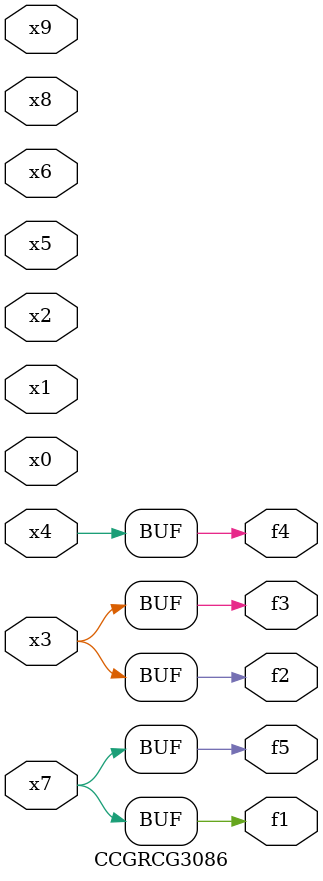
<source format=v>
module CCGRCG3086(
	input x0, x1, x2, x3, x4, x5, x6, x7, x8, x9,
	output f1, f2, f3, f4, f5
);
	assign f1 = x7;
	assign f2 = x3;
	assign f3 = x3;
	assign f4 = x4;
	assign f5 = x7;
endmodule

</source>
